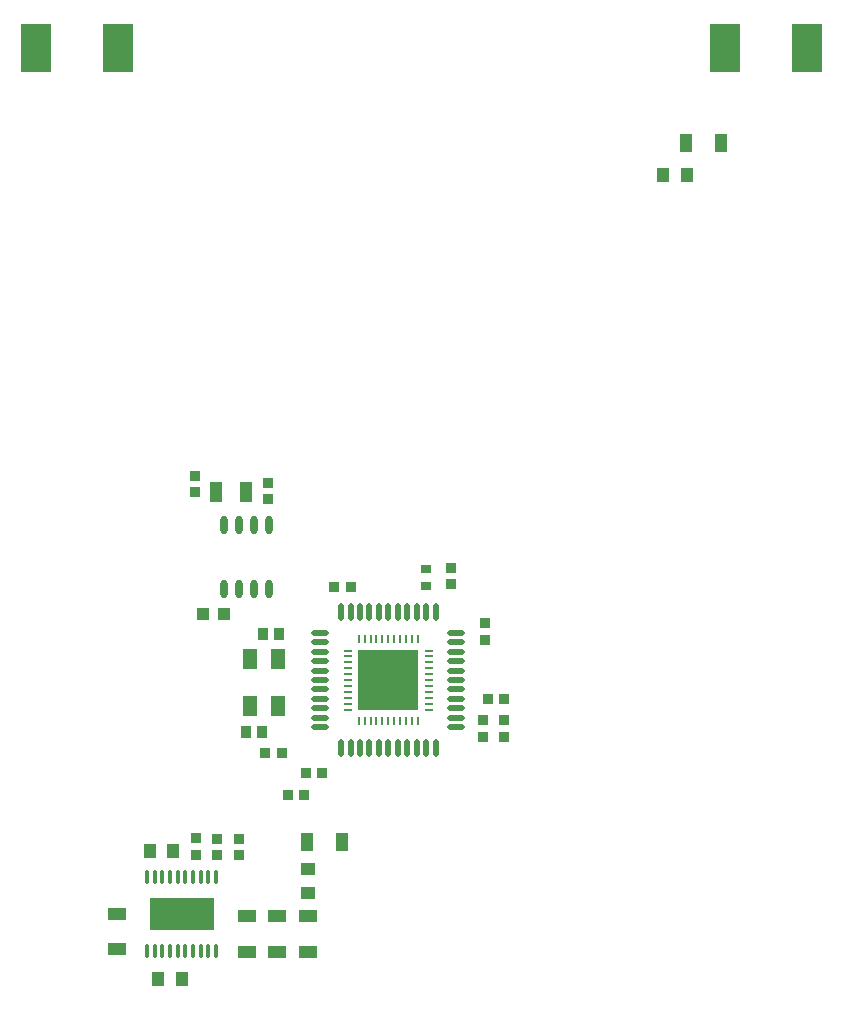
<source format=gbp>
G04*
G04 #@! TF.GenerationSoftware,Altium Limited,Altium Designer,20.2.7 (254)*
G04*
G04 Layer_Color=128*
%FSLAX25Y25*%
%MOIN*%
G70*
G04*
G04 #@! TF.SameCoordinates,AC8EE5C5-F73A-413B-8336-6D520369465E*
G04*
G04*
G04 #@! TF.FilePolarity,Positive*
G04*
G01*
G75*
%ADD16R,0.10492X0.16496*%
%ADD20R,0.03347X0.03347*%
%ADD21R,0.03347X0.03347*%
%ADD23R,0.03937X0.04134*%
%ADD69R,0.03937X0.06299*%
%ADD70R,0.04921X0.03937*%
%ADD71R,0.06299X0.03937*%
%ADD72R,0.03937X0.04921*%
%ADD73O,0.01378X0.04724*%
G04:AMPARAMS|DCode=74|XSize=108.27mil|YSize=216.54mil|CornerRadius=5.41mil|HoleSize=0mil|Usage=FLASHONLY|Rotation=90.000|XOffset=0mil|YOffset=0mil|HoleType=Round|Shape=RoundedRectangle|*
%AMROUNDEDRECTD74*
21,1,0.10827,0.20571,0,0,90.0*
21,1,0.09744,0.21654,0,0,90.0*
1,1,0.01083,0.10285,0.04872*
1,1,0.01083,0.10285,-0.04872*
1,1,0.01083,-0.10285,-0.04872*
1,1,0.01083,-0.10285,0.04872*
%
%ADD74ROUNDEDRECTD74*%
%ADD75R,0.03543X0.02756*%
%ADD76R,0.03150X0.00984*%
%ADD77R,0.00984X0.03150*%
%ADD78O,0.02165X0.05906*%
%ADD79O,0.05906X0.02165*%
%ADD80R,0.20079X0.20079*%
%ADD81R,0.03543X0.03937*%
%ADD82R,0.04724X0.07087*%
G04:AMPARAMS|DCode=83|XSize=61.02mil|YSize=23.62mil|CornerRadius=11.81mil|HoleSize=0mil|Usage=FLASHONLY|Rotation=270.000|XOffset=0mil|YOffset=0mil|HoleType=Round|Shape=RoundedRectangle|*
%AMROUNDEDRECTD83*
21,1,0.06102,0.00000,0,0,270.0*
21,1,0.03740,0.02362,0,0,270.0*
1,1,0.02362,0.00000,-0.01870*
1,1,0.02362,0.00000,0.01870*
1,1,0.02362,0.00000,0.01870*
1,1,0.02362,0.00000,-0.01870*
%
%ADD83ROUNDEDRECTD83*%
%ADD84R,0.04331X0.07087*%
D16*
X237825Y364173D02*
D03*
X265325D02*
D03*
X8100D02*
D03*
X35600D02*
D03*
D20*
X164173Y147244D02*
D03*
X158661D02*
D03*
X107480Y184646D02*
D03*
X112992D02*
D03*
X103543Y122441D02*
D03*
X98032D02*
D03*
X92126Y115354D02*
D03*
X97638D02*
D03*
X84646Y129134D02*
D03*
X90158D02*
D03*
D21*
X61417Y95276D02*
D03*
Y100787D02*
D03*
X75689Y95177D02*
D03*
Y100689D02*
D03*
X68602D02*
D03*
Y95177D02*
D03*
X157087Y140157D02*
D03*
Y134646D02*
D03*
X164173Y140157D02*
D03*
Y134646D02*
D03*
X157874Y166929D02*
D03*
Y172441D02*
D03*
X146457Y190945D02*
D03*
Y185433D02*
D03*
X61024Y221654D02*
D03*
Y216142D02*
D03*
X85433Y213779D02*
D03*
Y219291D02*
D03*
D23*
X63779Y175591D02*
D03*
X70866D02*
D03*
D69*
X98425Y99606D02*
D03*
X110236D02*
D03*
X224803Y332677D02*
D03*
X236614D02*
D03*
D70*
X98819Y90552D02*
D03*
Y82678D02*
D03*
D71*
X98819Y74803D02*
D03*
Y62992D02*
D03*
X88583Y74803D02*
D03*
Y62992D02*
D03*
X78347Y74803D02*
D03*
Y62992D02*
D03*
X35039Y75590D02*
D03*
Y63779D02*
D03*
D72*
X53937Y96457D02*
D03*
X46063D02*
D03*
X48922Y54040D02*
D03*
X56796D02*
D03*
X217322Y322047D02*
D03*
X225196D02*
D03*
D73*
X45177Y87795D02*
D03*
X47736D02*
D03*
X50295D02*
D03*
X52854D02*
D03*
X55413D02*
D03*
X57972D02*
D03*
X60532D02*
D03*
X63090D02*
D03*
X65650D02*
D03*
X68209D02*
D03*
X45177Y63386D02*
D03*
X47736D02*
D03*
X50295D02*
D03*
X52854D02*
D03*
X55413D02*
D03*
X57972D02*
D03*
X60532Y63386D02*
D03*
X63090Y63386D02*
D03*
X65650Y63386D02*
D03*
X68209Y63386D02*
D03*
D74*
X56693Y75590D02*
D03*
D75*
X138189Y190551D02*
D03*
Y185039D02*
D03*
D76*
X112008Y161417D02*
D03*
Y163386D02*
D03*
Y143701D02*
D03*
Y145669D02*
D03*
Y147638D02*
D03*
Y149606D02*
D03*
Y151575D02*
D03*
Y153543D02*
D03*
Y155512D02*
D03*
Y157480D02*
D03*
Y159449D02*
D03*
X139173Y145669D02*
D03*
Y143701D02*
D03*
Y163386D02*
D03*
Y161417D02*
D03*
Y159449D02*
D03*
Y157480D02*
D03*
Y155512D02*
D03*
Y153543D02*
D03*
Y151575D02*
D03*
Y149606D02*
D03*
Y147638D02*
D03*
D77*
X115748Y167126D02*
D03*
X117717D02*
D03*
X119685D02*
D03*
X121653D02*
D03*
X123622D02*
D03*
X125591D02*
D03*
X127559D02*
D03*
X129528D02*
D03*
X131496D02*
D03*
X115748Y139961D02*
D03*
X117717D02*
D03*
X119685D02*
D03*
X121653D02*
D03*
X123622D02*
D03*
X125591D02*
D03*
X127559D02*
D03*
X129528D02*
D03*
X131496D02*
D03*
X133465Y167126D02*
D03*
Y139961D02*
D03*
X135433Y167126D02*
D03*
X135433Y139961D02*
D03*
D78*
X141339Y130905D02*
D03*
X138189D02*
D03*
X135039D02*
D03*
X131890D02*
D03*
X128740D02*
D03*
X125591D02*
D03*
X122441D02*
D03*
X119291D02*
D03*
X116142D02*
D03*
X112992D02*
D03*
X109843D02*
D03*
Y176181D02*
D03*
X112992D02*
D03*
X116142D02*
D03*
X119291D02*
D03*
X122441D02*
D03*
X125591D02*
D03*
X128740D02*
D03*
X131890D02*
D03*
X135039D02*
D03*
X138189D02*
D03*
X141339D02*
D03*
D79*
X102953Y137795D02*
D03*
Y140945D02*
D03*
Y144095D02*
D03*
Y147244D02*
D03*
Y150394D02*
D03*
Y153543D02*
D03*
Y156693D02*
D03*
Y159843D02*
D03*
Y162992D02*
D03*
Y166142D02*
D03*
Y169291D02*
D03*
X148228D02*
D03*
Y166142D02*
D03*
Y162992D02*
D03*
Y159843D02*
D03*
Y156693D02*
D03*
Y153543D02*
D03*
Y150394D02*
D03*
Y147244D02*
D03*
Y144095D02*
D03*
Y140945D02*
D03*
Y137795D02*
D03*
D80*
X125591Y153543D02*
D03*
D81*
X78051Y136221D02*
D03*
X83366D02*
D03*
X89272Y168898D02*
D03*
X83957D02*
D03*
D82*
X79528Y160630D02*
D03*
Y144882D02*
D03*
X88976D02*
D03*
Y160630D02*
D03*
D83*
X70846Y183858D02*
D03*
X75846D02*
D03*
X80847D02*
D03*
X85847D02*
D03*
Y205118D02*
D03*
X80847D02*
D03*
X75846D02*
D03*
X70846D02*
D03*
D84*
X68306Y216142D02*
D03*
X78149D02*
D03*
M02*

</source>
